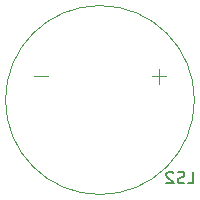
<source format=gbr>
%TF.GenerationSoftware,KiCad,Pcbnew,7.0.10*%
%TF.CreationDate,2024-02-25T13:23:12+01:00*%
%TF.ProjectId,OBSPro,4f425350-726f-42e6-9b69-6361645f7063,rev?*%
%TF.SameCoordinates,PX7270e00PY2255100*%
%TF.FileFunction,Legend,Bot*%
%TF.FilePolarity,Positive*%
%FSLAX46Y46*%
G04 Gerber Fmt 4.6, Leading zero omitted, Abs format (unit mm)*
G04 Created by KiCad (PCBNEW 7.0.10) date 2024-02-25 13:23:12*
%MOMM*%
%LPD*%
G01*
G04 APERTURE LIST*
G04 Aperture macros list*
%AMRoundRect*
0 Rectangle with rounded corners*
0 $1 Rounding radius*
0 $2 $3 $4 $5 $6 $7 $8 $9 X,Y pos of 4 corners*
0 Add a 4 corners polygon primitive as box body*
4,1,4,$2,$3,$4,$5,$6,$7,$8,$9,$2,$3,0*
0 Add four circle primitives for the rounded corners*
1,1,$1+$1,$2,$3*
1,1,$1+$1,$4,$5*
1,1,$1+$1,$6,$7*
1,1,$1+$1,$8,$9*
0 Add four rect primitives between the rounded corners*
20,1,$1+$1,$2,$3,$4,$5,0*
20,1,$1+$1,$4,$5,$6,$7,0*
20,1,$1+$1,$6,$7,$8,$9,0*
20,1,$1+$1,$8,$9,$2,$3,0*%
G04 Aperture macros list end*
%ADD10C,0.150000*%
%ADD11C,0.120000*%
%ADD12C,3.200000*%
%ADD13RoundRect,0.250000X-0.625000X0.350000X-0.625000X-0.350000X0.625000X-0.350000X0.625000X0.350000X0*%
%ADD14O,1.750000X1.200000*%
%ADD15O,0.900000X2.000000*%
%ADD16O,0.900000X1.700000*%
%ADD17O,2.500000X1.500000*%
%ADD18C,1.800000*%
G04 APERTURE END LIST*
D10*
X68442856Y-15554818D02*
X68919046Y-15554818D01*
X68919046Y-15554818D02*
X68919046Y-14554818D01*
X68157141Y-15507199D02*
X68014284Y-15554818D01*
X68014284Y-15554818D02*
X67776189Y-15554818D01*
X67776189Y-15554818D02*
X67680951Y-15507199D01*
X67680951Y-15507199D02*
X67633332Y-15459579D01*
X67633332Y-15459579D02*
X67585713Y-15364341D01*
X67585713Y-15364341D02*
X67585713Y-15269103D01*
X67585713Y-15269103D02*
X67633332Y-15173865D01*
X67633332Y-15173865D02*
X67680951Y-15126246D01*
X67680951Y-15126246D02*
X67776189Y-15078627D01*
X67776189Y-15078627D02*
X67966665Y-15031008D01*
X67966665Y-15031008D02*
X68061903Y-14983389D01*
X68061903Y-14983389D02*
X68109522Y-14935770D01*
X68109522Y-14935770D02*
X68157141Y-14840532D01*
X68157141Y-14840532D02*
X68157141Y-14745294D01*
X68157141Y-14745294D02*
X68109522Y-14650056D01*
X68109522Y-14650056D02*
X68061903Y-14602437D01*
X68061903Y-14602437D02*
X67966665Y-14554818D01*
X67966665Y-14554818D02*
X67728570Y-14554818D01*
X67728570Y-14554818D02*
X67585713Y-14602437D01*
X67204760Y-14650056D02*
X67157141Y-14602437D01*
X67157141Y-14602437D02*
X67061903Y-14554818D01*
X67061903Y-14554818D02*
X66823808Y-14554818D01*
X66823808Y-14554818D02*
X66728570Y-14602437D01*
X66728570Y-14602437D02*
X66680951Y-14650056D01*
X66680951Y-14650056D02*
X66633332Y-14745294D01*
X66633332Y-14745294D02*
X66633332Y-14840532D01*
X66633332Y-14840532D02*
X66680951Y-14983389D01*
X66680951Y-14983389D02*
X67252379Y-15554818D01*
X67252379Y-15554818D02*
X66633332Y-15554818D01*
D11*
%TO.C,LS2*%
X66599999Y-6500000D02*
X65399999Y-6500000D01*
X65999999Y-5900000D02*
X65999999Y-7100000D01*
X56599999Y-6500000D02*
X55399999Y-6500000D01*
X68999999Y-8500000D02*
G75*
G03*
X52999999Y-8500000I-8000000J0D01*
G01*
X52999999Y-8500000D02*
G75*
G03*
X68999999Y-8500000I8000000J0D01*
G01*
%TD*%
%LPC*%
D12*
%TO.C,H3*%
X49000000Y-80000000D03*
%TD*%
D13*
%TO.C,J2*%
X6850000Y-62900000D03*
D14*
X6850000Y-64900000D03*
%TD*%
D15*
%TO.C,J1*%
X29075000Y-78410000D03*
D16*
X29075000Y-82590000D03*
D15*
X37725000Y-78410000D03*
D16*
X37725000Y-82590000D03*
%TD*%
D17*
%TO.C,J3*%
X13600000Y-31900000D03*
X13600000Y-29360000D03*
X13600000Y-26820000D03*
X13600000Y-24280000D03*
X13600000Y-21740000D03*
X13600000Y-19200000D03*
X13600000Y-16660000D03*
X13600000Y-14120000D03*
%TD*%
D12*
%TO.C,H4*%
X49000000Y-17000000D03*
%TD*%
%TO.C,H2*%
X4000000Y-4000000D03*
%TD*%
D18*
%TO.C,LS1*%
X56000000Y-75500000D03*
X66000000Y-75500000D03*
%TD*%
D12*
%TO.C,H1*%
X4000000Y-80000000D03*
%TD*%
D18*
%TO.C,LS2*%
X65999999Y-8500000D03*
X55999999Y-8500000D03*
%TD*%
G36*
X23159191Y-80718907D02*
G01*
X23195155Y-80768407D01*
X23200000Y-80799000D01*
X23200000Y-83601000D01*
X23181093Y-83659191D01*
X23131593Y-83695155D01*
X23101000Y-83700000D01*
X13799000Y-83700000D01*
X13740809Y-83681093D01*
X13704845Y-83631593D01*
X13700000Y-83601000D01*
X13700000Y-80799000D01*
X13718907Y-80740809D01*
X13768407Y-80704845D01*
X13799000Y-80700000D01*
X23101000Y-80700000D01*
X23159191Y-80718907D01*
G37*
%LPD*%
M02*

</source>
